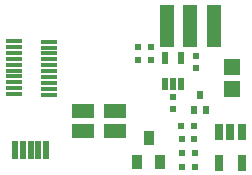
<source format=gbs>
G04 ================== begin FILE IDENTIFICATION RECORD ==================*
G04 Layout Name:  ETDS_PCB_AN_EXTENDED.brd*
G04 Film Name:    SOLDERMASK_BOTTOM*
G04 File Format:  Gerber RS274X*
G04 File Origin:  Cadence Allegro 16.6-S034*
G04 Origin Date:  Mon Dec 15 16:35:35 2014*
G04 *
G04 Layer:  VIA CLASS/SOLDERMASK_BOTTOM*
G04 Layer:  PIN/SOLDERMASK_BOTTOM*
G04 Layer:  PACKAGE GEOMETRY/SOLDERMASK_BOTTOM*
G04 Layer:  BOARD GEOMETRY/SOLDERMASK_BOTTOM*
G04 *
G04 Offset:    (0.00 0.00)*
G04 Mirror:    No*
G04 Mode:      Positive*
G04 Rotation:  0*
G04 FullContactRelief:  No*
G04 UndefLineWidth:     5.00*
G04 ================== end FILE IDENTIFICATION RECORD ====================*
%FSLAX25Y25*MOIN*%
%IR0*IPPOS*OFA0.00000B0.00000*MIA0B0*SFA1.00000B1.00000*%
%ADD17R,.045X.143*%
%ADD19R,.02X.03*%
%ADD16R,.021X.041*%
%ADD14R,.024X.024*%
%ADD18R,.03X.054*%
%ADD15R,.024X.024*%
%ADD11R,.055X.015*%
%ADD13R,.036X.045*%
%ADD10R,.023X.059*%
%ADD12R,.072X.046*%
%ADD20R,.055X.055*%
%LPD*%
G75*
G54D10*
X761170Y1665050D03*
X763730D03*
X766290D03*
X768850D03*
X771410D03*
G54D20*
X833450Y1685400D03*
Y1692600D03*
G54D11*
X772400Y1683445D03*
Y1685414D03*
Y1687383D03*
Y1689352D03*
Y1691321D03*
Y1693290D03*
Y1695259D03*
Y1697228D03*
X760800Y1683645D03*
Y1685614D03*
Y1687583D03*
Y1689552D03*
Y1691521D03*
Y1693490D03*
Y1695459D03*
Y1697428D03*
X772400Y1699197D03*
Y1701166D03*
X760800Y1699397D03*
Y1701366D03*
G54D12*
X783845Y1678017D03*
Y1671521D03*
X794475Y1678017D03*
Y1671521D03*
G54D13*
X801840Y1661162D03*
X809320D03*
X805580Y1669036D03*
G54D14*
X801900Y1695100D03*
Y1699300D03*
X813700Y1682850D03*
Y1678650D03*
X806300Y1695100D03*
Y1699300D03*
X821400Y1692250D03*
Y1696450D03*
G54D15*
X816800Y1659400D03*
X816700Y1664000D03*
X816600Y1668800D03*
X816500Y1673100D03*
X821000Y1659400D03*
X820900Y1664000D03*
X820800Y1668800D03*
X820700Y1673100D03*
G54D16*
X816277Y1695650D03*
X811159D03*
Y1687050D03*
X813718D03*
X816277D03*
G54D17*
X819422Y1706500D03*
X811548D03*
X827296D03*
G54D18*
X829100Y1660800D03*
X832840Y1671100D03*
X829100D03*
X836580Y1660800D03*
Y1671100D03*
G54D19*
X820804Y1678394D03*
X824740D03*
X822772Y1683512D03*
M02*

</source>
